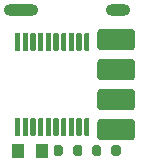
<source format=gbr>
%TF.GenerationSoftware,KiCad,Pcbnew,(5.1.8)-1*%
%TF.CreationDate,2022-12-26T11:43:23-06:00*%
%TF.ProjectId,pcb,7063622e-6b69-4636-9164-5f7063625858,rev?*%
%TF.SameCoordinates,Original*%
%TF.FileFunction,Soldermask,Top*%
%TF.FilePolarity,Negative*%
%FSLAX46Y46*%
G04 Gerber Fmt 4.6, Leading zero omitted, Abs format (unit mm)*
G04 Created by KiCad (PCBNEW (5.1.8)-1) date 2022-12-26 11:43:23*
%MOMM*%
%LPD*%
G01*
G04 APERTURE LIST*
%ADD10O,2.400000X1.000000*%
%ADD11O,2.100000X1.000000*%
%ADD12R,1.000000X1.250000*%
G04 APERTURE END LIST*
%TO.C,U1*%
G36*
G01*
X143719000Y-104400000D02*
X143944000Y-104400000D01*
G75*
G02*
X144056500Y-104512500I0J-112500D01*
G01*
X144056500Y-105887500D01*
G75*
G02*
X143944000Y-106000000I-112500J0D01*
G01*
X143719000Y-106000000D01*
G75*
G02*
X143606500Y-105887500I0J112500D01*
G01*
X143606500Y-104512500D01*
G75*
G02*
X143719000Y-104400000I112500J0D01*
G01*
G37*
G36*
G01*
X143069000Y-104400000D02*
X143294000Y-104400000D01*
G75*
G02*
X143406500Y-104512500I0J-112500D01*
G01*
X143406500Y-105887500D01*
G75*
G02*
X143294000Y-106000000I-112500J0D01*
G01*
X143069000Y-106000000D01*
G75*
G02*
X142956500Y-105887500I0J112500D01*
G01*
X142956500Y-104512500D01*
G75*
G02*
X143069000Y-104400000I112500J0D01*
G01*
G37*
G36*
G01*
X142419000Y-104400000D02*
X142644000Y-104400000D01*
G75*
G02*
X142756500Y-104512500I0J-112500D01*
G01*
X142756500Y-105887500D01*
G75*
G02*
X142644000Y-106000000I-112500J0D01*
G01*
X142419000Y-106000000D01*
G75*
G02*
X142306500Y-105887500I0J112500D01*
G01*
X142306500Y-104512500D01*
G75*
G02*
X142419000Y-104400000I112500J0D01*
G01*
G37*
G36*
G01*
X141769000Y-104400000D02*
X141994000Y-104400000D01*
G75*
G02*
X142106500Y-104512500I0J-112500D01*
G01*
X142106500Y-105887500D01*
G75*
G02*
X141994000Y-106000000I-112500J0D01*
G01*
X141769000Y-106000000D01*
G75*
G02*
X141656500Y-105887500I0J112500D01*
G01*
X141656500Y-104512500D01*
G75*
G02*
X141769000Y-104400000I112500J0D01*
G01*
G37*
G36*
G01*
X141119000Y-104400000D02*
X141344000Y-104400000D01*
G75*
G02*
X141456500Y-104512500I0J-112500D01*
G01*
X141456500Y-105887500D01*
G75*
G02*
X141344000Y-106000000I-112500J0D01*
G01*
X141119000Y-106000000D01*
G75*
G02*
X141006500Y-105887500I0J112500D01*
G01*
X141006500Y-104512500D01*
G75*
G02*
X141119000Y-104400000I112500J0D01*
G01*
G37*
G36*
G01*
X140469000Y-104400000D02*
X140694000Y-104400000D01*
G75*
G02*
X140806500Y-104512500I0J-112500D01*
G01*
X140806500Y-105887500D01*
G75*
G02*
X140694000Y-106000000I-112500J0D01*
G01*
X140469000Y-106000000D01*
G75*
G02*
X140356500Y-105887500I0J112500D01*
G01*
X140356500Y-104512500D01*
G75*
G02*
X140469000Y-104400000I112500J0D01*
G01*
G37*
G36*
G01*
X139819000Y-104400000D02*
X140044000Y-104400000D01*
G75*
G02*
X140156500Y-104512500I0J-112500D01*
G01*
X140156500Y-105887500D01*
G75*
G02*
X140044000Y-106000000I-112500J0D01*
G01*
X139819000Y-106000000D01*
G75*
G02*
X139706500Y-105887500I0J112500D01*
G01*
X139706500Y-104512500D01*
G75*
G02*
X139819000Y-104400000I112500J0D01*
G01*
G37*
G36*
G01*
X139169000Y-104400000D02*
X139394000Y-104400000D01*
G75*
G02*
X139506500Y-104512500I0J-112500D01*
G01*
X139506500Y-105887500D01*
G75*
G02*
X139394000Y-106000000I-112500J0D01*
G01*
X139169000Y-106000000D01*
G75*
G02*
X139056500Y-105887500I0J112500D01*
G01*
X139056500Y-104512500D01*
G75*
G02*
X139169000Y-104400000I112500J0D01*
G01*
G37*
G36*
G01*
X138519000Y-104400000D02*
X138744000Y-104400000D01*
G75*
G02*
X138856500Y-104512500I0J-112500D01*
G01*
X138856500Y-105887500D01*
G75*
G02*
X138744000Y-106000000I-112500J0D01*
G01*
X138519000Y-106000000D01*
G75*
G02*
X138406500Y-105887500I0J112500D01*
G01*
X138406500Y-104512500D01*
G75*
G02*
X138519000Y-104400000I112500J0D01*
G01*
G37*
G36*
G01*
X137869000Y-104400000D02*
X138094000Y-104400000D01*
G75*
G02*
X138206500Y-104512500I0J-112500D01*
G01*
X138206500Y-105887500D01*
G75*
G02*
X138094000Y-106000000I-112500J0D01*
G01*
X137869000Y-106000000D01*
G75*
G02*
X137756500Y-105887500I0J112500D01*
G01*
X137756500Y-104512500D01*
G75*
G02*
X137869000Y-104400000I112500J0D01*
G01*
G37*
G36*
G01*
X137869000Y-97200000D02*
X138094000Y-97200000D01*
G75*
G02*
X138206500Y-97312500I0J-112500D01*
G01*
X138206500Y-98687500D01*
G75*
G02*
X138094000Y-98800000I-112500J0D01*
G01*
X137869000Y-98800000D01*
G75*
G02*
X137756500Y-98687500I0J112500D01*
G01*
X137756500Y-97312500D01*
G75*
G02*
X137869000Y-97200000I112500J0D01*
G01*
G37*
G36*
G01*
X138519000Y-97200000D02*
X138744000Y-97200000D01*
G75*
G02*
X138856500Y-97312500I0J-112500D01*
G01*
X138856500Y-98687500D01*
G75*
G02*
X138744000Y-98800000I-112500J0D01*
G01*
X138519000Y-98800000D01*
G75*
G02*
X138406500Y-98687500I0J112500D01*
G01*
X138406500Y-97312500D01*
G75*
G02*
X138519000Y-97200000I112500J0D01*
G01*
G37*
G36*
G01*
X139169000Y-97200000D02*
X139394000Y-97200000D01*
G75*
G02*
X139506500Y-97312500I0J-112500D01*
G01*
X139506500Y-98687500D01*
G75*
G02*
X139394000Y-98800000I-112500J0D01*
G01*
X139169000Y-98800000D01*
G75*
G02*
X139056500Y-98687500I0J112500D01*
G01*
X139056500Y-97312500D01*
G75*
G02*
X139169000Y-97200000I112500J0D01*
G01*
G37*
G36*
G01*
X139819000Y-97200000D02*
X140044000Y-97200000D01*
G75*
G02*
X140156500Y-97312500I0J-112500D01*
G01*
X140156500Y-98687500D01*
G75*
G02*
X140044000Y-98800000I-112500J0D01*
G01*
X139819000Y-98800000D01*
G75*
G02*
X139706500Y-98687500I0J112500D01*
G01*
X139706500Y-97312500D01*
G75*
G02*
X139819000Y-97200000I112500J0D01*
G01*
G37*
G36*
G01*
X140469000Y-97200000D02*
X140694000Y-97200000D01*
G75*
G02*
X140806500Y-97312500I0J-112500D01*
G01*
X140806500Y-98687500D01*
G75*
G02*
X140694000Y-98800000I-112500J0D01*
G01*
X140469000Y-98800000D01*
G75*
G02*
X140356500Y-98687500I0J112500D01*
G01*
X140356500Y-97312500D01*
G75*
G02*
X140469000Y-97200000I112500J0D01*
G01*
G37*
G36*
G01*
X141119000Y-97200000D02*
X141344000Y-97200000D01*
G75*
G02*
X141456500Y-97312500I0J-112500D01*
G01*
X141456500Y-98687500D01*
G75*
G02*
X141344000Y-98800000I-112500J0D01*
G01*
X141119000Y-98800000D01*
G75*
G02*
X141006500Y-98687500I0J112500D01*
G01*
X141006500Y-97312500D01*
G75*
G02*
X141119000Y-97200000I112500J0D01*
G01*
G37*
G36*
G01*
X141769000Y-97200000D02*
X141994000Y-97200000D01*
G75*
G02*
X142106500Y-97312500I0J-112500D01*
G01*
X142106500Y-98687500D01*
G75*
G02*
X141994000Y-98800000I-112500J0D01*
G01*
X141769000Y-98800000D01*
G75*
G02*
X141656500Y-98687500I0J112500D01*
G01*
X141656500Y-97312500D01*
G75*
G02*
X141769000Y-97200000I112500J0D01*
G01*
G37*
G36*
G01*
X142419000Y-97200000D02*
X142644000Y-97200000D01*
G75*
G02*
X142756500Y-97312500I0J-112500D01*
G01*
X142756500Y-98687500D01*
G75*
G02*
X142644000Y-98800000I-112500J0D01*
G01*
X142419000Y-98800000D01*
G75*
G02*
X142306500Y-98687500I0J112500D01*
G01*
X142306500Y-97312500D01*
G75*
G02*
X142419000Y-97200000I112500J0D01*
G01*
G37*
G36*
G01*
X143069000Y-97200000D02*
X143294000Y-97200000D01*
G75*
G02*
X143406500Y-97312500I0J-112500D01*
G01*
X143406500Y-98687500D01*
G75*
G02*
X143294000Y-98800000I-112500J0D01*
G01*
X143069000Y-98800000D01*
G75*
G02*
X142956500Y-98687500I0J112500D01*
G01*
X142956500Y-97312500D01*
G75*
G02*
X143069000Y-97200000I112500J0D01*
G01*
G37*
G36*
G01*
X143719000Y-97200000D02*
X143944000Y-97200000D01*
G75*
G02*
X144056500Y-97312500I0J-112500D01*
G01*
X144056500Y-98687500D01*
G75*
G02*
X143944000Y-98800000I-112500J0D01*
G01*
X143719000Y-98800000D01*
G75*
G02*
X143606500Y-98687500I0J112500D01*
G01*
X143606500Y-97312500D01*
G75*
G02*
X143719000Y-97200000I112500J0D01*
G01*
G37*
%TD*%
D10*
%TO.C,P1*%
X137985500Y-95250000D03*
%TD*%
D11*
%TO.C,SW1*%
X146457500Y-95250000D03*
X138657500Y-95250000D03*
%TD*%
%TO.C,J1*%
G36*
G01*
X144718500Y-98425400D02*
X144718500Y-97154600D01*
G75*
G02*
X144983100Y-96890000I264600J0D01*
G01*
X147653900Y-96890000D01*
G75*
G02*
X147918500Y-97154600I0J-264600D01*
G01*
X147918500Y-98425400D01*
G75*
G02*
X147653900Y-98690000I-264600J0D01*
G01*
X144983100Y-98690000D01*
G75*
G02*
X144718500Y-98425400I0J264600D01*
G01*
G37*
G36*
G01*
X144718500Y-100965400D02*
X144718500Y-99694600D01*
G75*
G02*
X144983100Y-99430000I264600J0D01*
G01*
X147653900Y-99430000D01*
G75*
G02*
X147918500Y-99694600I0J-264600D01*
G01*
X147918500Y-100965400D01*
G75*
G02*
X147653900Y-101230000I-264600J0D01*
G01*
X144983100Y-101230000D01*
G75*
G02*
X144718500Y-100965400I0J264600D01*
G01*
G37*
G36*
G01*
X144718500Y-103505400D02*
X144718500Y-102234600D01*
G75*
G02*
X144983100Y-101970000I264600J0D01*
G01*
X147653900Y-101970000D01*
G75*
G02*
X147918500Y-102234600I0J-264600D01*
G01*
X147918500Y-103505400D01*
G75*
G02*
X147653900Y-103770000I-264600J0D01*
G01*
X144983100Y-103770000D01*
G75*
G02*
X144718500Y-103505400I0J264600D01*
G01*
G37*
G36*
G01*
X144718500Y-106045400D02*
X144718500Y-104774600D01*
G75*
G02*
X144983100Y-104510000I264600J0D01*
G01*
X147653900Y-104510000D01*
G75*
G02*
X147918500Y-104774600I0J-264600D01*
G01*
X147918500Y-106045400D01*
G75*
G02*
X147653900Y-106310000I-264600J0D01*
G01*
X144983100Y-106310000D01*
G75*
G02*
X144718500Y-106045400I0J264600D01*
G01*
G37*
%TD*%
%TO.C,C2*%
G36*
G01*
X143465000Y-106913000D02*
X143465000Y-107463000D01*
G75*
G02*
X143265000Y-107663000I-200000J0D01*
G01*
X142865000Y-107663000D01*
G75*
G02*
X142665000Y-107463000I0J200000D01*
G01*
X142665000Y-106913000D01*
G75*
G02*
X142865000Y-106713000I200000J0D01*
G01*
X143265000Y-106713000D01*
G75*
G02*
X143465000Y-106913000I0J-200000D01*
G01*
G37*
G36*
G01*
X141815000Y-106913000D02*
X141815000Y-107463000D01*
G75*
G02*
X141615000Y-107663000I-200000J0D01*
G01*
X141215000Y-107663000D01*
G75*
G02*
X141015000Y-107463000I0J200000D01*
G01*
X141015000Y-106913000D01*
G75*
G02*
X141215000Y-106713000I200000J0D01*
G01*
X141615000Y-106713000D01*
G75*
G02*
X141815000Y-106913000I0J-200000D01*
G01*
G37*
%TD*%
%TO.C,C3*%
G36*
G01*
X144253500Y-107463000D02*
X144253500Y-106913000D01*
G75*
G02*
X144453500Y-106713000I200000J0D01*
G01*
X144853500Y-106713000D01*
G75*
G02*
X145053500Y-106913000I0J-200000D01*
G01*
X145053500Y-107463000D01*
G75*
G02*
X144853500Y-107663000I-200000J0D01*
G01*
X144453500Y-107663000D01*
G75*
G02*
X144253500Y-107463000I0J200000D01*
G01*
G37*
G36*
G01*
X145903500Y-107463000D02*
X145903500Y-106913000D01*
G75*
G02*
X146103500Y-106713000I200000J0D01*
G01*
X146503500Y-106713000D01*
G75*
G02*
X146703500Y-106913000I0J-200000D01*
G01*
X146703500Y-107463000D01*
G75*
G02*
X146503500Y-107663000I-200000J0D01*
G01*
X146103500Y-107663000D01*
G75*
G02*
X145903500Y-107463000I0J200000D01*
G01*
G37*
%TD*%
D12*
%TO.C,D1*%
X138001500Y-107188000D03*
X140001500Y-107188000D03*
%TD*%
M02*

</source>
